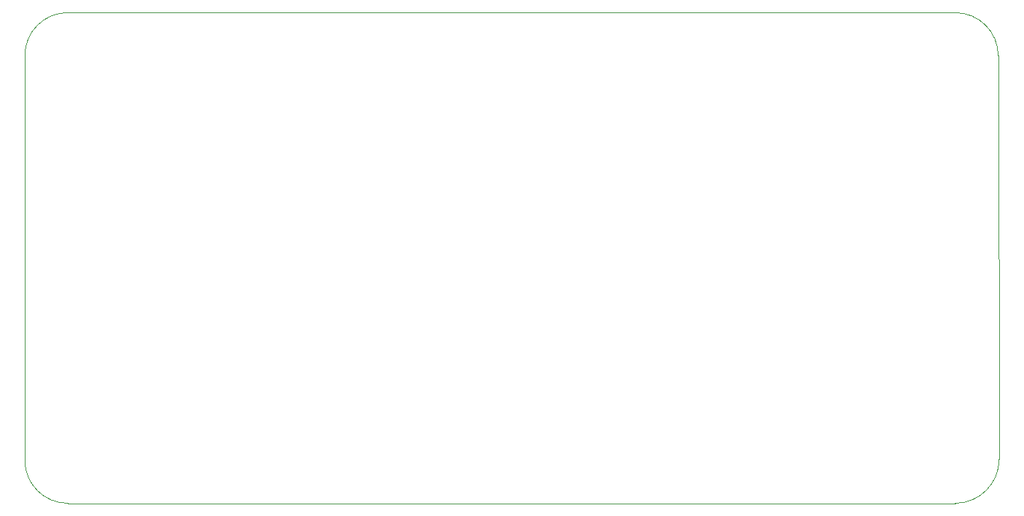
<source format=gbr>
%TF.GenerationSoftware,KiCad,Pcbnew,(6.0.7)*%
%TF.CreationDate,2022-10-27T14:16:22+02:00*%
%TF.ProjectId,Projet,50726f6a-6574-42e6-9b69-6361645f7063,1.0*%
%TF.SameCoordinates,Original*%
%TF.FileFunction,Profile,NP*%
%FSLAX46Y46*%
G04 Gerber Fmt 4.6, Leading zero omitted, Abs format (unit mm)*
G04 Created by KiCad (PCBNEW (6.0.7)) date 2022-10-27 14:16:22*
%MOMM*%
%LPD*%
G01*
G04 APERTURE LIST*
%TA.AperFunction,Profile*%
%ADD10C,0.100000*%
%TD*%
G04 APERTURE END LIST*
D10*
X203000000Y-151999980D02*
G75*
G03*
X208099980Y-146900000I0J5099980D01*
G01*
X200000000Y-152000000D02*
X203000000Y-152000000D01*
X208000000Y-100000000D02*
G75*
G03*
X203000000Y-95000000I-5000000J0D01*
G01*
X200000000Y-95000000D02*
X203000000Y-95000000D01*
X95000000Y-147000000D02*
G75*
G03*
X100000000Y-152000000I5000000J0D01*
G01*
X95000000Y-140000000D02*
X95000000Y-147000000D01*
X208000000Y-100000000D02*
X208099980Y-146900000D01*
X95000000Y-140000000D02*
X95000000Y-100000000D01*
X100000000Y-95000000D02*
G75*
G03*
X95000000Y-100000000I0J-5000000D01*
G01*
X100000000Y-152000000D02*
X200000000Y-152000000D01*
X100000000Y-95000000D02*
X200000000Y-95000000D01*
M02*

</source>
